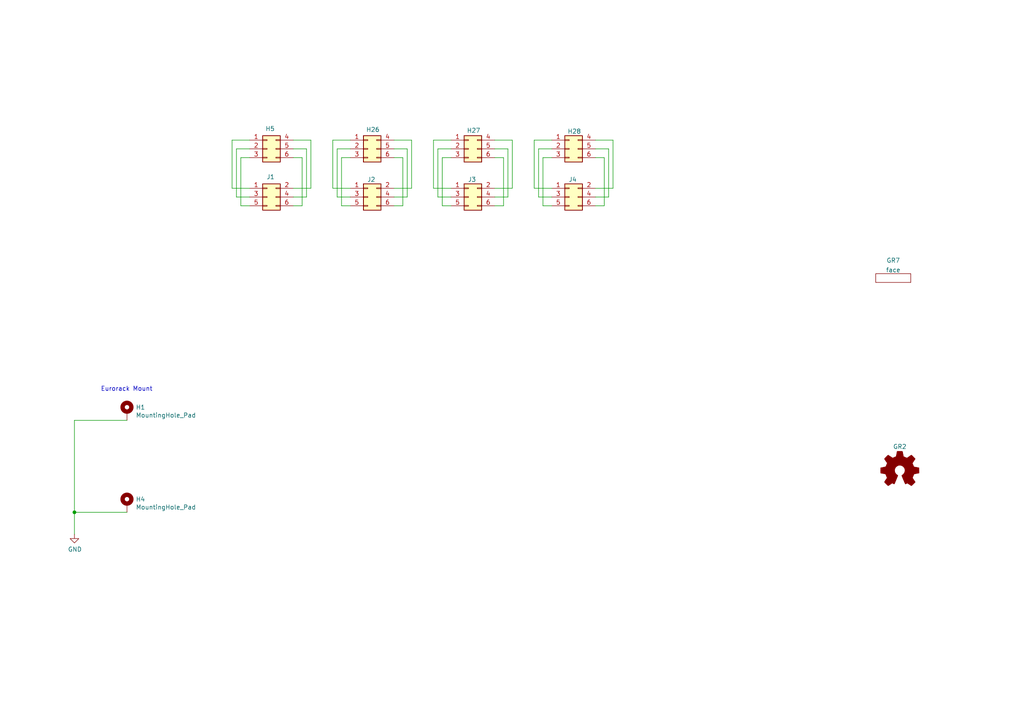
<source format=kicad_sch>
(kicad_sch (version 20231120) (generator "eeschema") (generator_version "8.0")
  (paper "A4")
  (title_block (title "Sidecar") (rev "0.1"))
  (lib_symbols
    (symbol "Connector_Generic:Conn_02x03_Odd_Even" (pin_names (offset 1.016) hide)
      (property "Reference" "J" (at 1.27 5.08 0))
      (property "Value" "Conn_02x03_Odd_Even" (at 1.27 -5.08 0))
      (symbol "Conn_02x03_Odd_Even_1_1"
        (rectangle (start -1.27 -2.413) (end 0 -2.667) (stroke (width 0.1524)))
        (rectangle (start -1.27 0.127) (end 0 -0.127) (stroke (width 0.1524)))
        (rectangle (start -1.27 2.667) (end 0 2.413) (stroke (width 0.1524)))
        (rectangle (start -1.27 3.81) (end 3.81 -3.81) (stroke (width 0.254)) (fill (type background)))
        (rectangle (start 3.81 -2.413) (end 2.54 -2.667) (stroke (width 0.1524)))
        (rectangle (start 3.81 0.127) (end 2.54 -0.127) (stroke (width 0.1524)))
        (rectangle (start 3.81 2.667) (end 2.54 2.413) (stroke (width 0.1524)))
        (pin passive line (at -5.08 2.54 0) (length 3.81) (name "Pin_1") (number "1"))
        (pin passive line (at 7.62 2.54 180) (length 3.81) (name "Pin_2") (number "2"))
        (pin passive line (at -5.08 0 0) (length 3.81) (name "Pin_3") (number "3"))
        (pin passive line (at 7.62 0 180) (length 3.81) (name "Pin_4") (number "4"))
        (pin passive line (at -5.08 -2.54 0) (length 3.81) (name "Pin_5") (number "5"))
        (pin passive line (at 7.62 -2.54 180) (length 3.81) (name "Pin_6") (number "6"))
      )
    )
    (symbol "Connector_Generic:Conn_02x03_Top_Bottom" (pin_names (offset 1.016) hide)
      (property "Reference" "J" (at 1.27 5.08 0))
      (property "Value" "Conn_02x03_Top_Bottom" (at 1.27 -5.08 0))
      (symbol "Conn_02x03_Top_Bottom_1_1"
        (rectangle (start -1.27 -2.413) (end 0 -2.667) (stroke (width 0.1524)))
        (rectangle (start -1.27 0.127) (end 0 -0.127) (stroke (width 0.1524)))
        (rectangle (start -1.27 2.667) (end 0 2.413) (stroke (width 0.1524)))
        (rectangle (start -1.27 3.81) (end 3.81 -3.81) (stroke (width 0.254)) (fill (type background)))
        (rectangle (start 3.81 -2.413) (end 2.54 -2.667) (stroke (width 0.1524)))
        (rectangle (start 3.81 0.127) (end 2.54 -0.127) (stroke (width 0.1524)))
        (rectangle (start 3.81 2.667) (end 2.54 2.413) (stroke (width 0.1524)))
        (pin passive line (at -5.08 2.54 0) (length 3.81) (name "Pin_1") (number "1"))
        (pin passive line (at -5.08 0 0) (length 3.81) (name "Pin_2") (number "2"))
        (pin passive line (at -5.08 -2.54 0) (length 3.81) (name "Pin_3") (number "3"))
        (pin passive line (at 7.62 2.54 180) (length 3.81) (name "Pin_4") (number "4"))
        (pin passive line (at 7.62 0 180) (length 3.81) (name "Pin_5") (number "5"))
        (pin passive line (at 7.62 -2.54 180) (length 3.81) (name "Pin_6") (number "6"))
      )
    )
    (symbol "Graphic:Logo_Open_Hardware_Small" (pin_names (offset 1.016))
      (symbol "Logo_Open_Hardware_Small_0_1"
        (polyline (pts (xy 3.3528 -4.3434) (xy 3.302 -4.318) (xy 3.175 -4.2418) (xy 2.9972 -4.1148) (xy 2.7686 -3.9624) (xy 2.54 -3.81) (xy 2.3622 -3.7084) (xy 2.2352 -3.6068) (xy 2.1844 -3.5814) (xy 2.159 -3.6068) (xy 2.0574 -3.6576) (xy 1.905 -3.7338) (xy 1.8034 -3.7846) (xy 1.6764 -3.8354) (xy 1.6002 -3.8354) (xy 1.6002 -3.8354) (xy 1.5494 -3.7338) (xy 1.4732 -3.5306) (xy 1.3462 -3.302) (xy 1.2446 -3.0226) (xy 1.1176 -2.7178) (xy 0.9652 -2.413) (xy 0.8636 -2.1082) (xy 0.7366 -1.8288) (xy 0.6604 -1.6256) (xy 0.6096 -1.4732) (xy 0.5842 -1.397) (xy 0.5842 -1.397) (xy 0.6604 -1.3208) (xy 0.7874 -1.2446) (xy 1.0414 -1.016) (xy 1.2954 -0.6858) (xy 1.4478 -0.3302) (xy 1.524 0.0762) (xy 1.4732 0.4572) (xy 1.3208 0.8128) (xy 1.0668 1.143) (xy 0.762 1.3716) (xy 0.4064 1.524) (xy 0 1.5748) (xy -0.381 1.5494) (xy -0.7366 1.397) (xy -1.0668 1.143) (xy -1.2192 0.9906) (xy -1.397 0.6604) (xy -1.524 0.3048) (xy -1.524 0.2286) (xy -1.4986 -0.1778) (xy -1.397 -0.5334) (xy -1.1938 -0.8636) (xy -0.9144 -1.143) (xy -0.8636 -1.1684) (xy -0.7366 -1.27) (xy -0.635 -1.3462) (xy -0.5842 -1.397) (xy -1.0668 -2.5908) (xy -1.143 -2.794) (xy -1.2954 -3.1242) (xy -1.397 -3.4036) (xy -1.4986 -3.6322) (xy -1.5748 -3.7846) (xy -1.6002 -3.8354) (xy -1.6002 -3.8354) (xy -1.651 -3.8354) (xy -1.7272 -3.81) (xy -1.905 -3.7338) (xy -2.0066 -3.683) (xy -2.1336 -3.6068) (xy -2.2098 -3.5814) (xy -2.2606 -3.6068) (xy -2.3622 -3.683) (xy -2.54 -3.81) (xy -2.7686 -3.9624) (xy -2.9718 -4.0894) (xy -3.1496 -4.2164) (xy -3.302 -4.318) (xy -3.3528 -4.3434) (xy -3.3782 -4.3434) (xy -3.429 -4.318) (xy -3.5306 -4.2164) (xy -3.7084 -4.064) (xy -3.937 -3.8354) (xy -3.9624 -3.81) (xy -4.1656 -3.6068) (xy -4.318 -3.4544) (xy -4.4196 -3.3274) (xy -4.445 -3.2766) (xy -4.445 -3.2766) (xy -4.4196 -3.2258) (xy -4.318 -3.0734) (xy -4.2164 -2.8956) (xy -4.064 -2.667) (xy -3.6576 -2.0828) (xy -3.8862 -1.5494) (xy -3.937 -1.3716) (xy -4.0386 -1.1684) (xy -4.0894 -1.0414) (xy -4.1148 -0.9652) (xy -4.191 -0.9398) (xy -4.318 -0.9144) (xy -4.5466 -0.8636) (xy -4.8006 -0.8128) (xy -5.0546 -0.7874) (xy -5.2578 -0.7366) (xy -5.4356 -0.7112) (xy -5.5118 -0.6858) (xy -5.5118 -0.6858) (xy -5.5372 -0.635) (xy -5.5372 -0.5588) (xy -5.5372 -0.4318) (xy -5.5626 -0.2286) (xy -5.5626 0.0762) (xy -5.5626 0.127) (xy -5.5372 0.4064) (xy -5.5372 0.635) (xy -5.5372 0.762) (xy -5.5372 0.8382) (xy -5.5372 0.8382) (xy -5.461 0.8382) (xy -5.3086 0.889) (xy -5.08 0.9144) (xy -4.826 0.9652) (xy -4.8006 0.9906) (xy -4.5466 1.0414) (xy -4.318 1.0668) (xy -4.1656 1.1176) (xy -4.0894 1.143) (xy -4.0894 1.143) (xy -4.0386 1.2446) (xy -3.9624 1.4224) (xy -3.8608 1.6256) (xy -3.7846 1.8288) (xy -3.7084 2.0066) (xy -3.6576 2.159) (xy -3.6322 2.2098) (xy -3.6322 2.2098) (xy -3.683 2.286) (xy -3.7592 2.413) (xy -3.8862 2.5908) (xy -4.064 2.8194) (xy -4.064 2.8448) (xy -4.2164 3.0734) (xy -4.3434 3.2512) (xy -4.4196 3.3782) (xy -4.445 3.4544) (xy -4.445 3.4544) (xy -4.3942 3.5052) (xy -4.2926 3.6322) (xy -4.1148 3.81) (xy -3.937 4.0132) (xy -3.8608 4.064) (xy -3.6576 4.2926) (xy -3.5052 4.4196) (xy -3.4036 4.4958) (xy -3.3528 4.5212) (xy -3.3528 4.5212) (xy -3.302 4.4704) (xy -3.1496 4.3688) (xy -2.9718 4.2418) (xy -2.7432 4.0894) (xy -2.7178 4.0894) (xy -2.4892 3.937) (xy -2.3114 3.81) (xy -2.1844 3.7084) (xy -2.1336 3.683) (xy -2.1082 3.683) (xy -2.032 3.7084) (xy -1.8542 3.7592) (xy -1.6764 3.8354) (xy -1.4732 3.937) (xy -1.27 4.0132) (xy -1.143 4.064) (xy -1.0668 4.1148) (xy -1.0668 4.1148) (xy -1.0414 4.191) (xy -1.016 4.3434) (xy -0.9652 4.572) (xy -0.9144 4.8514) (xy -0.889 4.9022) (xy -0.8382 5.1562) (xy -0.8128 5.3848) (xy -0.7874 5.5372) (xy -0.762 5.588) (xy -0.7112 5.6134) (xy -0.5842 5.6134) (xy -0.4064 5.6134) (xy -0.1524 5.6134) (xy 0.0762 5.6134) (xy 0.3302 5.6134) (xy 0.5334 5.6134) (xy 0.6858 5.588) (xy 0.7366 5.588) (xy 0.7366 5.588) (xy 0.762 5.5118) (xy 0.8128 5.334) (xy 0.8382 5.1054) (xy 0.9144 4.826) (xy 0.9144 4.7752) (xy 0.9652 4.5212) (xy 1.016 4.2926) (xy 1.0414 4.1402) (xy 1.0668 4.0894) (xy 1.0668 4.0894) (xy 1.1938 4.0386) (xy 1.3716 3.9624) (xy 1.5748 3.8608) (xy 2.0828 3.6576) (xy 2.7178 4.0894) (xy 2.7686 4.1402) (xy 2.9972 4.2926) (xy 3.175 4.4196) (xy 3.302 4.4958) (xy 3.3782 4.5212) (xy 3.3782 4.5212) (xy 3.429 4.4704) (xy 3.556 4.3434) (xy 3.7338 4.191) (xy 3.9116 3.9878) (xy 4.064 3.8354) (xy 4.2418 3.6576) (xy 4.3434 3.556) (xy 4.4196 3.4798) (xy 4.4196 3.429) (xy 4.4196 3.4036) (xy 4.3942 3.3274) (xy 4.2926 3.2004) (xy 4.1656 2.9972) (xy 4.0132 2.794) (xy 3.8862 2.5908) (xy 3.7592 2.3876) (xy 3.6576 2.2352) (xy 3.6322 2.159) (xy 3.6322 2.1336) (xy 3.683 2.0066) (xy 3.7592 1.8288) (xy 3.8608 1.6002) (xy 4.064 1.1176) (xy 4.3942 1.0414) (xy 4.5974 1.016) (xy 4.8768 0.9652) (xy 5.1308 0.9144) (xy 5.5372 0.8382) (xy 5.5626 -0.6604) (xy 5.4864 -0.6858) (xy 5.4356 -0.6858) (xy 5.2832 -0.7366) (xy 5.0546 -0.762) (xy 4.8006 -0.8128) (xy 4.5974 -0.8636) (xy 4.3688 -0.9144) (xy 4.2164 -0.9398) (xy 4.1402 -0.9398) (xy 4.1148 -0.9652) (xy 4.064 -1.0668) (xy 3.9878 -1.2446) (xy 3.9116 -1.4478) (xy 3.81 -1.651) (xy 3.7338 -1.8542) (xy 3.683 -2.0066) (xy 3.6576 -2.0828) (xy 3.683 -2.1336) (xy 3.7846 -2.2606) (xy 3.8862 -2.4638) (xy 4.0386 -2.667) (xy 4.191 -2.8956) (xy 4.318 -3.0734) (xy 4.3942 -3.2004) (xy 4.445 -3.2766) (xy 4.4196 -3.3274) (xy 4.3434 -3.429) (xy 4.1656 -3.5814) (xy 3.937 -3.8354) (xy 3.8862 -3.8608) (xy 3.683 -4.064) (xy 3.5306 -4.2164) (xy 3.4036 -4.318) (xy 3.3528 -4.3434)) (fill (type outline)))
      )
    )
    (symbol "Mechanical:MountingHole_Pad" (pin_numbers hide) (pin_names (offset 1.016) hide)
      (property "Reference" "H" (at 0 6.35 0))
      (property "Value" "MountingHole_Pad" (at 0 4.445 0))
      (symbol "MountingHole_Pad_0_1"
        (circle (center 0 1.27) (radius 1.27) (stroke (width 1.27)))
      )
      (symbol "MountingHole_Pad_1_1"
        (pin input line (at 0 -2.54 90) (length 2.54) (name "1") (number "1"))
      )
    )
    (symbol "greenface-symbols:small_logo" (pin_numbers hide) (pin_names (offset 0) hide)
      (property "Reference" "GR" (at 0 -2.54 0))
      (property "Value" "small_logo" (at 0 0 0))
      (symbol "small_logo_0_1"
        (rectangle (start -5.08 -1.27) (end -5.08 1.27))
        (rectangle (start -5.08 1.27) (end 5.08 1.27))
        (rectangle (start 5.08 -1.27) (end -5.08 -1.27))
        (rectangle (start 5.08 1.27) (end 5.08 -1.27))
      )
    )
    (symbol "power:GND" (power) (pin_names (offset 0))
      (property "Value" "GND" (at 0 -3.81 0))
      (symbol "GND_0_1"
        (polyline (pts (xy 0 0) (xy 0 -1.27) (xy 1.27 -1.27) (xy 0 -2.54) (xy -1.27 -1.27) (xy 0 -1.27)))
      )
      (symbol "GND_1_1"
        (pin power_in line (at 0 0 270) (length 0) hide (name "GND") (number "1"))
      )
    )
  )
  (junction (at 21.59 148.59))
  (wire (pts (xy 72.39 40.64) (xy 67.31 40.64)))
  (wire (pts (xy 114.3 45.72) (xy 116.84 45.72)))
  (wire (pts (xy 176.53 43.18) (xy 176.53 57.15)))
  (wire (pts (xy 127 57.15) (xy 130.81 57.15)))
  (wire (pts (xy 88.9 57.15) (xy 85.09 57.15)))
  (wire (pts (xy 172.72 54.61) (xy 177.8 54.61)))
  (wire (pts (xy 36.83 121.92) (xy 21.59 121.92)))
  (wire (pts (xy 146.05 59.69) (xy 143.51 59.69)))
  (wire (pts (xy 101.6 43.18) (xy 97.79 43.18)))
  (wire (pts (xy 130.81 45.72) (xy 128.27 45.72)))
  (wire (pts (xy 154.94 40.64) (xy 154.94 54.61)))
  (wire (pts (xy 116.84 59.69) (xy 114.3 59.69)))
  (wire (pts (xy 176.53 57.15) (xy 172.72 57.15)))
  (wire (pts (xy 172.72 45.72) (xy 175.26 45.72)))
  (wire (pts (xy 114.3 43.18) (xy 118.11 43.18)))
  (wire (pts (xy 125.73 54.61) (xy 130.81 54.61)))
  (wire (pts (xy 116.84 45.72) (xy 116.84 59.69)))
  (wire (pts (xy 160.02 40.64) (xy 154.94 40.64)))
  (wire (pts (xy 85.09 45.72) (xy 87.63 45.72)))
  (wire (pts (xy 114.3 40.64) (xy 119.38 40.64)))
  (wire (pts (xy 90.17 40.64) (xy 90.17 54.61)))
  (wire (pts (xy 67.31 40.64) (xy 67.31 54.61)))
  (wire (pts (xy 36.83 148.59) (xy 21.59 148.59)))
  (wire (pts (xy 160.02 43.18) (xy 156.21 43.18)))
  (wire (pts (xy 97.79 57.15) (xy 101.6 57.15)))
  (wire (pts (xy 143.51 43.18) (xy 147.32 43.18)))
  (wire (pts (xy 21.59 148.59) (xy 21.59 154.94)))
  (wire (pts (xy 85.09 54.61) (xy 90.17 54.61)))
  (wire (pts (xy 160.02 45.72) (xy 157.48 45.72)))
  (wire (pts (xy 119.38 40.64) (xy 119.38 54.61)))
  (wire (pts (xy 147.32 57.15) (xy 143.51 57.15)))
  (wire (pts (xy 146.05 45.72) (xy 146.05 59.69)))
  (wire (pts (xy 148.59 40.64) (xy 148.59 54.61)))
  (wire (pts (xy 87.63 45.72) (xy 87.63 59.69)))
  (wire (pts (xy 154.94 54.61) (xy 160.02 54.61)))
  (wire (pts (xy 21.59 121.92) (xy 21.59 148.59)))
  (wire (pts (xy 85.09 40.64) (xy 90.17 40.64)))
  (wire (pts (xy 101.6 40.64) (xy 96.52 40.64)))
  (wire (pts (xy 67.31 54.61) (xy 72.39 54.61)))
  (wire (pts (xy 101.6 45.72) (xy 99.06 45.72)))
  (wire (pts (xy 118.11 57.15) (xy 114.3 57.15)))
  (wire (pts (xy 175.26 59.69) (xy 172.72 59.69)))
  (wire (pts (xy 157.48 45.72) (xy 157.48 59.69)))
  (wire (pts (xy 87.63 59.69) (xy 85.09 59.69)))
  (wire (pts (xy 157.48 59.69) (xy 160.02 59.69)))
  (wire (pts (xy 88.9 43.18) (xy 88.9 57.15)))
  (wire (pts (xy 68.58 43.18) (xy 68.58 57.15)))
  (wire (pts (xy 172.72 43.18) (xy 176.53 43.18)))
  (wire (pts (xy 130.81 43.18) (xy 127 43.18)))
  (wire (pts (xy 72.39 43.18) (xy 68.58 43.18)))
  (wire (pts (xy 156.21 43.18) (xy 156.21 57.15)))
  (wire (pts (xy 177.8 40.64) (xy 177.8 54.61)))
  (wire (pts (xy 72.39 45.72) (xy 69.85 45.72)))
  (wire (pts (xy 175.26 45.72) (xy 175.26 59.69)))
  (wire (pts (xy 69.85 45.72) (xy 69.85 59.69)))
  (wire (pts (xy 143.51 40.64) (xy 148.59 40.64)))
  (wire (pts (xy 143.51 45.72) (xy 146.05 45.72)))
  (wire (pts (xy 118.11 43.18) (xy 118.11 57.15)))
  (wire (pts (xy 143.51 54.61) (xy 148.59 54.61)))
  (wire (pts (xy 97.79 43.18) (xy 97.79 57.15)))
  (wire (pts (xy 128.27 45.72) (xy 128.27 59.69)))
  (wire (pts (xy 130.81 40.64) (xy 125.73 40.64)))
  (wire (pts (xy 156.21 57.15) (xy 160.02 57.15)))
  (wire (pts (xy 172.72 40.64) (xy 177.8 40.64)))
  (wire (pts (xy 68.58 57.15) (xy 72.39 57.15)))
  (wire (pts (xy 147.32 43.18) (xy 147.32 57.15)))
  (wire (pts (xy 85.09 43.18) (xy 88.9 43.18)))
  (wire (pts (xy 128.27 59.69) (xy 130.81 59.69)))
  (wire (pts (xy 99.06 45.72) (xy 99.06 59.69)))
  (wire (pts (xy 127 43.18) (xy 127 57.15)))
  (wire (pts (xy 96.52 54.61) (xy 101.6 54.61)))
  (wire (pts (xy 96.52 40.64) (xy 96.52 54.61)))
  (wire (pts (xy 69.85 59.69) (xy 72.39 59.69)))
  (wire (pts (xy 99.06 59.69) (xy 101.6 59.69)))
  (wire (pts (xy 125.73 40.64) (xy 125.73 54.61)))
  (wire (pts (xy 114.3 54.61) (xy 119.38 54.61)))
  (text "Eurorack Mount" (at 29.21 113.665 0) (effects (font (size 1.27 1.27)) (justify left bottom)))
  (symbol (lib_id "Connector_Generic:Conn_02x03_Odd_Even") (at 135.89 57.15 0) (unit 1)
    (property "Reference" "J3" (at 136.906 52.07 0))
    (property "Value" "Conn_02x03_Odd_Even" (effects (hide yes)))
    (property "Footprint" "Connector_PinSocket_2.54mm:PinSocket_2x03_P2.54mm_Vertical" (effects (hide yes)))
    (property "Description" "Generic connector, double row, 02x03, odd/even pin numbering scheme (row 1 odd numbers, row 2 even numbers), script generated (kicad-library-utils/schlib/autogen/connector/)" (effects (hide yes)))
    (property "Digi-Key Part" "S7071-ND" (effects (hide yes)))
    (property "LCSC Part #" "C2897404" (effects (hide yes)))
  )
  (symbol (lib_id "Connector_Generic:Conn_02x03_Top_Bottom") (at 106.68 43.18 0) (unit 1) (in_bom no)
    (property "Reference" "H26" (at 106.172 37.592 0) (effects (justify left)))
    (property "Value" "Adj 2" (effects (hide yes)))
    (property "Footprint" "panel:Potentiometer_Sidecar" (effects (hide yes)))
    (property "Description" "Generic connector, double row, 02x03, top/bottom pin numbering scheme (row 1: 1...pins_per_row, row2: pins_per_row+1 ... num_pins), script generated (kicad-library-utils/schlib/autogen/connector/)" (effects (hide yes)))
  )
  (symbol (lib_id "Graphic:Logo_Open_Hardware_Small") (at 260.985 136.525 0) (unit 1) (in_bom no)
    (property "Reference" "GR2" (at 260.985 129.54 0))
    (property "Value" "Logo_Open_Hardware_Small" (effects (hide yes)))
    (property "Footprint" "Symbol:OSHW-Logo_5.7x6mm_SilkScreen" (effects (hide yes)))
  )
  (symbol (lib_id "Mechanical:MountingHole_Pad") (at 36.83 119.38 0) (unit 1) (in_bom no)
    (property "Reference" "H1" (at 39.37 118.1354 0) (effects (justify left)))
    (property "Value" "MountingHole_Pad" (at 39.37 120.4468 0) (effects (justify left)))
    (property "Footprint" "panel:MountingHole_3.2mm_M3_Slot" (effects (hide yes)))
  )
  (symbol (lib_id "Mechanical:MountingHole_Pad") (at 36.83 146.05 0) (unit 1) (in_bom no)
    (property "Reference" "H4" (at 39.37 144.8054 0) (effects (justify left)))
    (property "Value" "MountingHole_Pad" (at 39.37 147.1168 0) (effects (justify left)))
    (property "Footprint" "panel:MountingHole_3.2mm_M3_Slot" (effects (hide yes)))
  )
  (symbol (lib_id "Connector_Generic:Conn_02x03_Odd_Even") (at 165.1 57.15 0) (unit 1)
    (property "Reference" "J4" (at 166.116 52.07 0))
    (property "Value" "Conn_02x03_Odd_Even" (effects (hide yes)))
    (property "Footprint" "Connector_PinSocket_2.54mm:PinSocket_2x03_P2.54mm_Vertical" (effects (hide yes)))
    (property "Description" "Generic connector, double row, 02x03, odd/even pin numbering scheme (row 1 odd numbers, row 2 even numbers), script generated (kicad-library-utils/schlib/autogen/connector/)" (effects (hide yes)))
    (property "Digi-Key Part" "S7071-ND" (effects (hide yes)))
    (property "LCSC Part #" "C2897404" (effects (hide yes)))
  )
  (symbol (lib_id "Connector_Generic:Conn_02x03_Top_Bottom") (at 165.1 43.18 0) (unit 1) (in_bom no)
    (property "Reference" "H28" (at 164.592 38.1 0) (effects (justify left)))
    (property "Value" "Adj 4" (effects (hide yes)))
    (property "Footprint" "panel:Potentiometer_Sidecar" (effects (hide yes)))
    (property "Description" "Generic connector, double row, 02x03, top/bottom pin numbering scheme (row 1: 1...pins_per_row, row2: pins_per_row+1 ... num_pins), script generated (kicad-library-utils/schlib/autogen/connector/)" (effects (hide yes)))
  )
  (symbol (lib_id "Connector_Generic:Conn_02x03_Odd_Even") (at 106.68 57.15 0) (unit 1)
    (property "Reference" "J2" (at 107.696 52.07 0))
    (property "Value" "Conn_02x03_Odd_Even" (effects (hide yes)))
    (property "Footprint" "Connector_PinSocket_2.54mm:PinSocket_2x03_P2.54mm_Vertical" (effects (hide yes)))
    (property "Description" "Generic connector, double row, 02x03, odd/even pin numbering scheme (row 1 odd numbers, row 2 even numbers), script generated (kicad-library-utils/schlib/autogen/connector/)" (effects (hide yes)))
    (property "Digi-Key Part" "S7071-ND" (effects (hide yes)))
    (property "LCSC Part #" "C2897404" (effects (hide yes)))
  )
  (symbol (lib_id "Connector_Generic:Conn_02x03_Odd_Even") (at 77.47 57.15 0) (unit 1)
    (property "Reference" "J1" (at 78.486 51.308 0))
    (property "Value" "Conn_02x03_Odd_Even" (effects (hide yes)))
    (property "Footprint" "Connector_PinSocket_2.54mm:PinSocket_2x03_P2.54mm_Vertical" (effects (hide yes)))
    (property "Description" "Generic connector, double row, 02x03, odd/even pin numbering scheme (row 1 odd numbers, row 2 even numbers), script generated (kicad-library-utils/schlib/autogen/connector/)" (effects (hide yes)))
    (property "Digi-Key Part" "S7071-ND" (effects (hide yes)))
    (property "LCSC Part #" "C2897404" (effects (hide yes)))
  )
  (symbol (lib_id "Connector_Generic:Conn_02x03_Top_Bottom") (at 135.89 43.18 0) (unit 1) (in_bom no)
    (property "Reference" "H27" (at 135.382 37.846 0) (effects (justify left)))
    (property "Value" "Adj 3" (effects (hide yes)))
    (property "Footprint" "panel:Potentiometer_Sidecar" (effects (hide yes)))
    (property "Description" "Generic connector, double row, 02x03, top/bottom pin numbering scheme (row 1: 1...pins_per_row, row2: pins_per_row+1 ... num_pins), script generated (kicad-library-utils/schlib/autogen/connector/)" (effects (hide yes)))
  )
  (symbol (lib_id "greenface-symbols:small_logo") (at 259.08 80.645 0) (unit 1) (in_bom no) (on_board no)
    (property "Reference" "GR7" (at 259.08 75.5355 0))
    (property "Value" "face" (at 259.08 78.3106 0))
    (property "Footprint" "panel:small_face" (effects (hide yes)))
  )
  (symbol (lib_id "Connector_Generic:Conn_02x03_Top_Bottom") (at 77.47 43.18 0) (unit 1) (in_bom no)
    (property "Reference" "H5" (at 76.962 37.338 0) (effects (justify left)))
    (property "Value" "Adj 1" (effects (hide yes)))
    (property "Footprint" "panel:Potentiometer_Sidecar" (effects (hide yes)))
    (property "Description" "Generic connector, double row, 02x03, top/bottom pin numbering scheme (row 1: 1...pins_per_row, row2: pins_per_row+1 ... num_pins), script generated (kicad-library-utils/schlib/autogen/connector/)" (effects (hide yes)))
  )
  (symbol (lib_id "power:GND") (at 21.59 154.94 0) (unit 1)
    (property "Reference" "#PWR01" (effects (hide yes)))
    (property "Value" "GND" (at 21.717 159.3342 0))
  )
)
</source>
